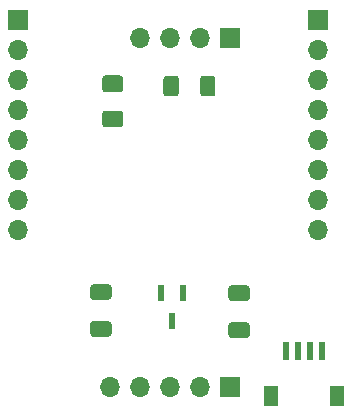
<source format=gbr>
%TF.GenerationSoftware,KiCad,Pcbnew,(5.1.8)-1*%
%TF.CreationDate,2021-03-07T11:54:50+01:00*%
%TF.ProjectId,addon_MH-Z19,6164646f-6e5f-44d4-982d-5a31392e6b69,rev?*%
%TF.SameCoordinates,Original*%
%TF.FileFunction,Soldermask,Top*%
%TF.FilePolarity,Negative*%
%FSLAX46Y46*%
G04 Gerber Fmt 4.6, Leading zero omitted, Abs format (unit mm)*
G04 Created by KiCad (PCBNEW (5.1.8)-1) date 2021-03-07 11:54:50*
%MOMM*%
%LPD*%
G01*
G04 APERTURE LIST*
%ADD10R,1.700000X1.700000*%
%ADD11O,1.700000X1.700000*%
%ADD12R,0.600000X1.380000*%
%ADD13R,1.200000X1.800000*%
%ADD14R,0.600000X1.550000*%
G04 APERTURE END LIST*
D10*
%TO.C,J3*%
X76360000Y-76800000D03*
D11*
X73820000Y-76800000D03*
X71280000Y-76800000D03*
X68740000Y-76800000D03*
X66200000Y-76800000D03*
%TD*%
%TO.C,C1*%
G36*
G01*
X77750003Y-72625000D02*
X76449997Y-72625000D01*
G75*
G02*
X76200000Y-72375003I0J249997D01*
G01*
X76200000Y-71549997D01*
G75*
G02*
X76449997Y-71300000I249997J0D01*
G01*
X77750003Y-71300000D01*
G75*
G02*
X78000000Y-71549997I0J-249997D01*
G01*
X78000000Y-72375003D01*
G75*
G02*
X77750003Y-72625000I-249997J0D01*
G01*
G37*
G36*
G01*
X77750003Y-69500000D02*
X76449997Y-69500000D01*
G75*
G02*
X76200000Y-69250003I0J249997D01*
G01*
X76200000Y-68424997D01*
G75*
G02*
X76449997Y-68175000I249997J0D01*
G01*
X77750003Y-68175000D01*
G75*
G02*
X78000000Y-68424997I0J-249997D01*
G01*
X78000000Y-69250003D01*
G75*
G02*
X77750003Y-69500000I-249997J0D01*
G01*
G37*
%TD*%
%TO.C,C2*%
G36*
G01*
X64749997Y-71200000D02*
X66050003Y-71200000D01*
G75*
G02*
X66300000Y-71449997I0J-249997D01*
G01*
X66300000Y-72275003D01*
G75*
G02*
X66050003Y-72525000I-249997J0D01*
G01*
X64749997Y-72525000D01*
G75*
G02*
X64500000Y-72275003I0J249997D01*
G01*
X64500000Y-71449997D01*
G75*
G02*
X64749997Y-71200000I249997J0D01*
G01*
G37*
G36*
G01*
X64749997Y-68075000D02*
X66050003Y-68075000D01*
G75*
G02*
X66300000Y-68324997I0J-249997D01*
G01*
X66300000Y-69150003D01*
G75*
G02*
X66050003Y-69400000I-249997J0D01*
G01*
X64749997Y-69400000D01*
G75*
G02*
X64500000Y-69150003I0J249997D01*
G01*
X64500000Y-68324997D01*
G75*
G02*
X64749997Y-68075000I249997J0D01*
G01*
G37*
%TD*%
%TO.C,D1*%
G36*
G01*
X67025000Y-54800000D02*
X65775000Y-54800000D01*
G75*
G02*
X65525000Y-54550000I0J250000D01*
G01*
X65525000Y-53625000D01*
G75*
G02*
X65775000Y-53375000I250000J0D01*
G01*
X67025000Y-53375000D01*
G75*
G02*
X67275000Y-53625000I0J-250000D01*
G01*
X67275000Y-54550000D01*
G75*
G02*
X67025000Y-54800000I-250000J0D01*
G01*
G37*
G36*
G01*
X67025000Y-51825000D02*
X65775000Y-51825000D01*
G75*
G02*
X65525000Y-51575000I0J250000D01*
G01*
X65525000Y-50650000D01*
G75*
G02*
X65775000Y-50400000I250000J0D01*
G01*
X67025000Y-50400000D01*
G75*
G02*
X67275000Y-50650000I0J-250000D01*
G01*
X67275000Y-51575000D01*
G75*
G02*
X67025000Y-51825000I-250000J0D01*
G01*
G37*
%TD*%
D10*
%TO.C,J1*%
X58420000Y-45710000D03*
D11*
X58420000Y-48250000D03*
X58420000Y-50790000D03*
X58420000Y-53330000D03*
X58420000Y-55870000D03*
X58420000Y-58410000D03*
X58420000Y-60950000D03*
X58420000Y-63490000D03*
%TD*%
%TO.C,J2*%
X83820000Y-63490000D03*
X83820000Y-60950000D03*
X83820000Y-58410000D03*
X83820000Y-55870000D03*
X83820000Y-53330000D03*
X83820000Y-50790000D03*
X83820000Y-48250000D03*
D10*
X83820000Y-45710000D03*
%TD*%
%TO.C,R1*%
G36*
G01*
X75100000Y-50674999D02*
X75100000Y-51925001D01*
G75*
G02*
X74850001Y-52175000I-249999J0D01*
G01*
X74049999Y-52175000D01*
G75*
G02*
X73800000Y-51925001I0J249999D01*
G01*
X73800000Y-50674999D01*
G75*
G02*
X74049999Y-50425000I249999J0D01*
G01*
X74850001Y-50425000D01*
G75*
G02*
X75100000Y-50674999I0J-249999D01*
G01*
G37*
G36*
G01*
X72000000Y-50674999D02*
X72000000Y-51925001D01*
G75*
G02*
X71750001Y-52175000I-249999J0D01*
G01*
X70949999Y-52175000D01*
G75*
G02*
X70700000Y-51925001I0J249999D01*
G01*
X70700000Y-50674999D01*
G75*
G02*
X70949999Y-50425000I249999J0D01*
G01*
X71750001Y-50425000D01*
G75*
G02*
X72000000Y-50674999I0J-249999D01*
G01*
G37*
%TD*%
%TO.C,J4*%
X76360000Y-47260000D03*
D11*
X73820000Y-47260000D03*
X71280000Y-47260000D03*
X68740000Y-47260000D03*
%TD*%
D12*
%TO.C,U2*%
X72350000Y-68835000D03*
X70450000Y-68835000D03*
X71400000Y-71165000D03*
%TD*%
D13*
%TO.C,J5*%
X85400000Y-77575000D03*
X79800000Y-77575000D03*
D14*
X81100000Y-73700000D03*
X82100000Y-73700000D03*
X83100000Y-73700000D03*
X84100000Y-73700000D03*
%TD*%
M02*

</source>
